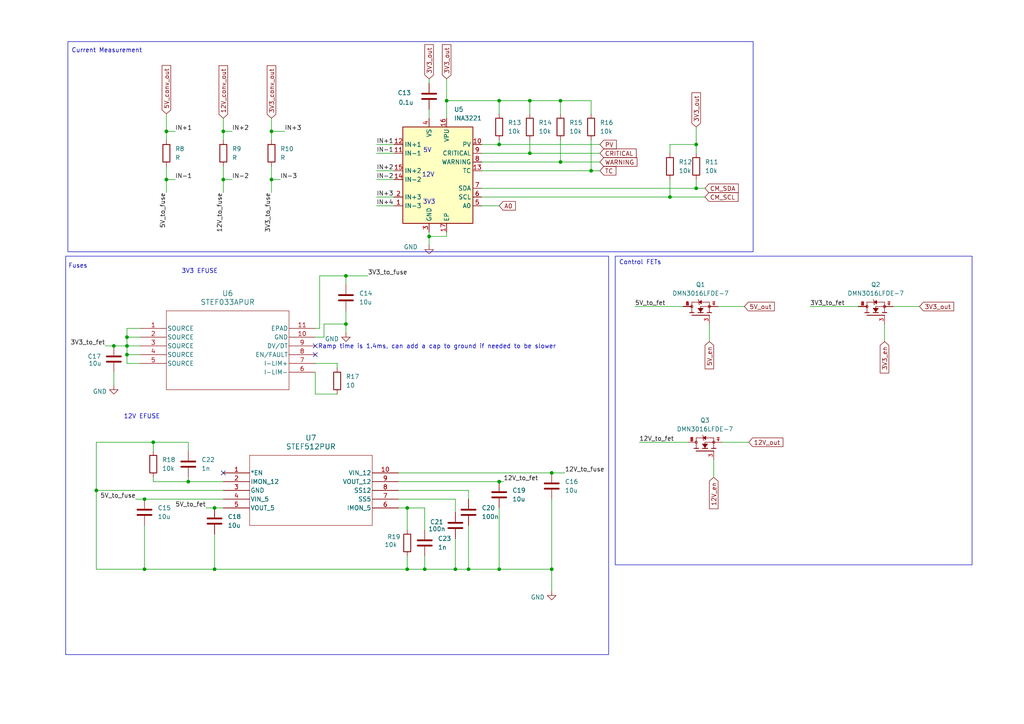
<source format=kicad_sch>
(kicad_sch (version 20250114) (generator "eeschema") (generator_version "9.0")
  (paper "A4")
  (title_block (title "Current Measurement") (date "2025-11-20") (rev "1.0") (company "UW Huskysat") (comment 1 "Chase"))
  (lib_symbols
    (symbol "DMN3016LFDE-7:DMN3016LFDE-7" (pin_names (offset 1.016))
      (property "Reference" "Q" (at -8.9 2.5429 0))
      (property "Value" "DMN3016LFDE-7" (at -8.897 -7.626 0))
      (symbol "DMN3016LFDE-7_0_0"
        (polyline (pts (xy 0 2.54) (xy 0 -2.54)) (stroke (width 0.254)))
        (polyline (pts (xy 0.762 3.175) (xy 0.762 2.54)) (stroke (width 0.254)))
        (polyline (pts (xy 0.762 2.54) (xy 0.762 1.905)) (stroke (width 0.254)))
        (polyline (pts (xy 0.762 2.54) (xy 3.81 2.54)) (stroke (width 0.1524)))
        (polyline (pts (xy 0.762 0.762) (xy 0.762 0)) (stroke (width 0.254)))
        (polyline (pts (xy 0.762 0) (xy 0.762 -0.762)) (stroke (width 0.254)))
        (polyline (pts (xy 0.762 0) (xy 2.54 0)) (stroke (width 0.1524)))
        (polyline (pts (xy 0.762 -1.905) (xy 0.762 -3.175)) (stroke (width 0.254)))
        (polyline (pts (xy 1.016 0) (xy 2.032 0.762) (xy 2.032 -0.762) (xy 1.016 0)) (stroke (width 0.1524)) (fill (type outline)))
        (circle (center 2.54 2.54) (radius 0.3592))
        (polyline (pts (xy 2.54 0) (xy 2.54 -2.54)) (stroke (width 0.1524)))
        (circle (center 2.54 -2.54) (radius 0.3592))
        (polyline (pts (xy 3.302 0.508) (xy 3.048 0.254)) (stroke (width 0.1524)))
        (polyline (pts (xy 3.81 2.54) (xy 3.81 0.508)) (stroke (width 0.1524)))
        (polyline (pts (xy 3.81 0.508) (xy 3.302 0.508)) (stroke (width 0.1524)))
        (polyline (pts (xy 3.81 0.508) (xy 3.81 -2.54)) (stroke (width 0.1524)))
        (polyline (pts (xy 3.81 0.508) (xy 3.302 -0.254) (xy 4.318 -0.254) (xy 3.81 0.508)) (stroke (width 0.1524)) (fill (type outline)))
        (polyline (pts (xy 3.81 -2.54) (xy 0.762 -2.54)) (stroke (width 0.1524)))
        (polyline (pts (xy 4.318 0.508) (xy 3.81 0.508)) (stroke (width 0.1524)))
        (polyline (pts (xy 4.572 0.762) (xy 4.318 0.508)) (stroke (width 0.1524)))
        (pin passive line (at -2.54 -2.54 0) (length 2.54) (name "~") (number "3"))
        (pin passive line (at 2.54 5.08 270) (length 2.54) (name "~") (number "1"))
        (pin passive line (at 2.54 5.08 270) (length 2.54) (name "~") (number "2"))
        (pin passive line (at 2.54 5.08 270) (length 2.54) (name "~") (number "5"))
        (pin passive line (at 2.54 5.08 270) (length 2.54) (name "~") (number "6"))
        (pin passive line (at 2.54 -5.08 90) (length 2.54) (name "~") (number "4"))
        (pin passive line (at 2.54 -5.08 90) (length 2.54) (name "~") (number "7"))
      )
    )
    (symbol "Device:C" (pin_numbers (hide yes)) (pin_names (offset 0.254))
      (property "Reference" "C" (at 0.635 2.54 0))
      (property "Value" "C" (at 0.635 -2.54 0))
      (symbol "C_0_1"
        (polyline (pts (xy -2.032 0.762) (xy 2.032 0.762)) (stroke (width 0.508)))
        (polyline (pts (xy -2.032 -0.762) (xy 2.032 -0.762)) (stroke (width 0.508)))
      )
      (symbol "C_1_1"
        (pin passive line (at 0 3.81 270) (length 2.794) (name "~") (number "1"))
        (pin passive line (at 0 -3.81 90) (length 2.794) (name "~") (number "2"))
      )
    )
    (symbol "Device:R" (pin_numbers (hide yes)) (pin_names (offset 0))
      (property "Reference" "R" (at 2.032 0 90))
      (property "Value" "R" (at 0 0 90))
      (symbol "R_0_1"
        (rectangle (start -1.016 -2.54) (end 1.016 2.54) (stroke (width 0.254)))
      )
      (symbol "R_1_1"
        (pin passive line (at 0 3.81 270) (length 1.27) (name "~") (number "1"))
        (pin passive line (at 0 -3.81 90) (length 1.27) (name "~") (number "2"))
      )
    )
    (symbol "Power_Management:INA3221"
      (property "Reference" "U" (at -10.16 17.78 0))
      (property "Value" "INA3221" (at 5.08 17.78 0))
      (symbol "INA3221_0_1"
        (rectangle (start 10.16 -12.7) (end -10.16 15.24) (stroke (width 0.254)) (fill (type background)))
      )
      (symbol "INA3221_1_1"
        (pin input line (at -12.7 10.16 0) (length 2.54) (name "IN+1") (number "12"))
        (pin input line (at -12.7 7.62 0) (length 2.54) (name "IN-1") (number "11"))
        (pin input line (at -12.7 2.54 0) (length 2.54) (name "IN+2") (number "15"))
        (pin input line (at -12.7 0 0) (length 2.54) (name "IN-2") (number "14"))
        (pin input line (at -12.7 -5.08 0) (length 2.54) (name "IN+3") (number "2"))
        (pin input line (at -12.7 -7.62 0) (length 2.54) (name "IN-3") (number "1"))
        (pin power_in line (at -2.54 17.78 270) (length 2.54) (name "VS") (number "4"))
        (pin power_in line (at -2.54 -15.24 90) (length 2.54) (name "GND") (number "3"))
        (pin power_in line (at 2.54 17.78 270) (length 2.54) (name "VPU") (number "16"))
        (pin passive line (at 2.54 -15.24 90) (length 2.54) (name "EP") (number "17"))
        (pin open_collector line (at 12.7 10.16 180) (length 2.54) (name "PV") (number "10"))
        (pin open_collector line (at 12.7 7.62 180) (length 2.54) (name "CRITICAL") (number "9"))
        (pin open_collector line (at 12.7 5.08 180) (length 2.54) (name "WARNING") (number "8"))
        (pin open_collector line (at 12.7 2.54 180) (length 2.54) (name "TC") (number "13"))
        (pin bidirectional line (at 12.7 -2.54 180) (length 2.54) (name "SDA") (number "7"))
        (pin input line (at 12.7 -5.08 180) (length 2.54) (name "SCL") (number "6"))
        (pin input line (at 12.7 -7.62 180) (length 2.54) (name "A0") (number "5"))
      )
    )
    (symbol "STEF033PUR:STEF033APUR" (pin_names (offset 0.254))
      (property "Reference" "U" (at 25.4 10.16 0))
      (property "Value" "STEF033APUR" (at 25.4 7.62 0))
      (symbol "STEF033APUR_0_1"
        (polyline (pts (xy 7.62 5.08) (xy 7.62 -17.78)) (stroke (width 0.127)))
        (polyline (pts (xy 7.62 -17.78) (xy 43.18 -17.78)) (stroke (width 0.127)))
        (polyline (pts (xy 43.18 5.08) (xy 7.62 5.08)) (stroke (width 0.127)))
        (polyline (pts (xy 43.18 -17.78) (xy 43.18 5.08)) (stroke (width 0.127)))
        (pin unspecified line (at 0 0 0) (length 7.62) (name "SOURCE") (number "1"))
        (pin unspecified line (at 0 -2.54 0) (length 7.62) (name "SOURCE") (number "2"))
        (pin unspecified line (at 0 -5.08 0) (length 7.62) (name "SOURCE") (number "3"))
        (pin unspecified line (at 0 -7.62 0) (length 7.62) (name "SOURCE") (number "4"))
        (pin unspecified line (at 0 -10.16 0) (length 7.62) (name "SOURCE") (number "5"))
        (pin unspecified line (at 50.8 0 180) (length 7.62) (name "EPAD") (number "11"))
        (pin power_in line (at 50.8 -2.54 180) (length 7.62) (name "GND") (number "10"))
        (pin output line (at 50.8 -5.08 180) (length 7.62) (name "DV/DT") (number "9"))
        (pin bidirectional line (at 50.8 -7.62 180) (length 7.62) (name "EN/FAULT") (number "8"))
        (pin unspecified line (at 50.8 -10.16 180) (length 7.62) (name "I-LIM+") (number "7"))
        (pin unspecified line (at 50.8 -12.7 180) (length 7.62) (name "I-LIM-") (number "6"))
      )
    )
    (symbol "STEF512PUR:STEF512PUR" (pin_names (offset 0.254))
      (property "Reference" "U" (at 25.4 10.16 0))
      (property "Value" "STEF512PUR" (at 25.4 7.62 0))
      (symbol "STEF512PUR_0_1"
        (polyline (pts (xy 7.62 5.08) (xy 7.62 -15.24)) (stroke (width 0.127)))
        (polyline (pts (xy 7.62 -15.24) (xy 43.18 -15.24)) (stroke (width 0.127)))
        (polyline (pts (xy 43.18 5.08) (xy 7.62 5.08)) (stroke (width 0.127)))
        (polyline (pts (xy 43.18 -15.24) (xy 43.18 5.08)) (stroke (width 0.127)))
        (pin input line (at 0 0 0) (length 7.62) (name "*EN") (number "1"))
        (pin power_in line (at 0 -2.54 0) (length 7.62) (name "IMON_12") (number "2"))
        (pin power_out line (at 0 -5.08 0) (length 7.62) (name "GND") (number "3"))
        (pin power_in line (at 0 -7.62 0) (length 7.62) (name "VIN_5") (number "4"))
        (pin power_in line (at 0 -10.16 0) (length 7.62) (name "VOUT_5") (number "5"))
        (pin power_in line (at 50.8 0 180) (length 7.62) (name "VIN_12") (number "10"))
        (pin power_in line (at 50.8 -2.54 180) (length 7.62) (name "VOUT_12") (number "9"))
        (pin bidirectional line (at 50.8 -5.08 180) (length 7.62) (name "SS12") (number "8"))
        (pin bidirectional line (at 50.8 -7.62 180) (length 7.62) (name "SS5") (number "7"))
        (pin power_in line (at 50.8 -10.16 180) (length 7.62) (name "IMON_5") (number "6"))
      )
    )
    (symbol "power:GND" (power) (pin_numbers (hide yes)) (pin_names (offset 0) (hide yes))
      (property "Value" "GND" (at 0 -3.81 0))
      (symbol "GND_0_1"
        (polyline (pts (xy 0 0) (xy 0 -1.27) (xy 1.27 -1.27) (xy 0 -2.54) (xy -1.27 -1.27) (xy 0 -1.27)))
      )
      (symbol "GND_1_1"
        (pin power_in line (at 0 0 270) (length 0) (name "~") (number "1"))
      )
    )
  )
  (rectangle (start 19.05 74.295) (end 176.53 189.865))
  (rectangle (start 19.685 12.065) (end 218.44 73.025))
  (rectangle (start 178.435 74.295) (end 281.94 163.83))
  (text "12V" (at 124.206 50.8 0) (effects (font (size 1.27 1.27))))
  (text "5V" (at 123.952 43.688 0) (effects (font (size 1.27 1.27))))
  (text "Current Measurement\n" (at 30.988 14.732 0) (effects (font (size 1.27 1.27))))
  (text "3V3 EFUSE" (at 57.912 78.74 0) (effects (font (size 1.27 1.27))))
  (text "3V3\n" (at 124.46 58.674 0) (effects (font (size 1.27 1.27))))
  (text "Ramp time is 1.4ms, can add a cap to ground if needed to be slower" (at 126.746 100.584 0) (effects (font (size 1.27 1.27))))
  (text "12V EFUSE\n" (at 41.148 120.904 0) (effects (font (size 1.27 1.27))))
  (text "Control FETs\n" (at 185.674 76.2 0) (effects (font (size 1.27 1.27))))
  (text "Fuses\n" (at 22.606 77.216 0) (effects (font (size 1.27 1.27))))
  (junction (at 201.93 54.61))
  (junction (at 135.89 165.1))
  (junction (at 54.61 139.7))
  (junction (at 132.08 165.1))
  (junction (at 129.54 29.21))
  (junction (at 100.33 93.98))
  (junction (at 144.78 139.7))
  (junction (at 118.11 165.1))
  (junction (at 44.45 128.27))
  (junction (at 144.78 29.21))
  (junction (at 27.94 142.24))
  (junction (at 144.78 41.91))
  (junction (at 144.78 165.1))
  (junction (at 171.45 49.53))
  (junction (at 160.02 137.16))
  (junction (at 64.77 52.07))
  (junction (at 194.31 57.15))
  (junction (at 36.83 102.87))
  (junction (at 48.26 52.07))
  (junction (at 78.74 52.07))
  (junction (at 41.91 144.78))
  (junction (at 78.74 38.1))
  (junction (at 64.77 38.1))
  (junction (at 62.23 147.32))
  (junction (at 162.56 46.99))
  (junction (at 41.91 165.1))
  (junction (at 123.19 165.1))
  (junction (at 62.23 165.1))
  (junction (at 36.83 97.79))
  (junction (at 162.56 29.21))
  (junction (at 153.67 44.45))
  (junction (at 153.67 29.21))
  (junction (at 160.02 165.1))
  (junction (at 201.93 41.91))
  (junction (at 100.33 80.01))
  (junction (at 36.83 100.33))
  (junction (at 118.11 147.32))
  (junction (at 33.02 100.33))
  (junction (at 124.46 68.58))
  (junction (at 48.26 38.1))
  (no_connect (at 91.44 102.87))
  (no_connect (at 64.77 137.16))
  (no_connect (at 91.44 100.33))
  (wire (pts (xy 208.28 88.9) (xy 215.9 88.9)))
  (wire (pts (xy 64.77 38.1) (xy 67.31 38.1)))
  (wire (pts (xy 123.19 147.32) (xy 118.11 147.32)))
  (wire (pts (xy 30.48 100.33) (xy 33.02 100.33)))
  (wire (pts (xy 153.67 29.21) (xy 153.67 33.02)))
  (wire (pts (xy 135.89 165.1) (xy 144.78 165.1)))
  (wire (pts (xy 64.77 34.29) (xy 64.77 38.1)))
  (wire (pts (xy 144.78 29.21) (xy 129.54 29.21)))
  (wire (pts (xy 100.33 93.98) (xy 100.33 96.52)))
  (wire (pts (xy 93.98 93.98) (xy 100.33 93.98)))
  (wire (pts (xy 162.56 29.21) (xy 171.45 29.21)))
  (wire (pts (xy 144.78 165.1) (xy 160.02 165.1)))
  (wire (pts (xy 78.74 48.26) (xy 78.74 52.07)))
  (wire (pts (xy 132.08 156.21) (xy 132.08 165.1)))
  (wire (pts (xy 44.45 128.27) (xy 44.45 130.81)))
  (wire (pts (xy 41.91 152.4) (xy 41.91 165.1)))
  (wire (pts (xy 109.22 49.53) (xy 114.3 49.53)))
  (wire (pts (xy 59.69 147.32) (xy 62.23 147.32)))
  (wire (pts (xy 36.83 102.87) (xy 36.83 105.41)))
  (wire (pts (xy 139.7 41.91) (xy 144.78 41.91)))
  (wire (pts (xy 64.77 52.07) (xy 67.31 52.07)))
  (wire (pts (xy 92.71 80.01) (xy 92.71 95.25)))
  (wire (pts (xy 44.45 128.27) (xy 27.94 128.27)))
  (wire (pts (xy 41.91 165.1) (xy 62.23 165.1)))
  (wire (pts (xy 115.57 142.24) (xy 135.89 142.24)))
  (wire (pts (xy 160.02 137.16) (xy 163.83 137.16)))
  (wire (pts (xy 36.83 105.41) (xy 40.64 105.41)))
  (wire (pts (xy 62.23 154.94) (xy 62.23 165.1)))
  (wire (pts (xy 115.57 144.78) (xy 132.08 144.78)))
  (wire (pts (xy 135.89 142.24) (xy 135.89 144.78)))
  (wire (pts (xy 100.33 90.17) (xy 100.33 93.98)))
  (wire (pts (xy 139.7 54.61) (xy 201.93 54.61)))
  (wire (pts (xy 207.01 133.35) (xy 207.01 138.43)))
  (wire (pts (xy 48.26 52.07) (xy 48.26 55.88)))
  (wire (pts (xy 129.54 22.86) (xy 129.54 29.21)))
  (wire (pts (xy 118.11 165.1) (xy 123.19 165.1)))
  (wire (pts (xy 185.42 128.27) (xy 199.39 128.27)))
  (wire (pts (xy 48.26 52.07) (xy 50.8 52.07)))
  (wire (pts (xy 91.44 97.79) (xy 93.98 97.79)))
  (wire (pts (xy 153.67 44.45) (xy 173.99 44.45)))
  (wire (pts (xy 123.19 161.29) (xy 123.19 165.1)))
  (wire (pts (xy 194.31 41.91) (xy 201.93 41.91)))
  (wire (pts (xy 115.57 139.7) (xy 144.78 139.7)))
  (wire (pts (xy 132.08 144.78) (xy 132.08 148.59)))
  (wire (pts (xy 27.94 142.24) (xy 27.94 165.1)))
  (wire (pts (xy 36.83 95.25) (xy 36.83 97.79)))
  (wire (pts (xy 118.11 161.29) (xy 118.11 165.1)))
  (wire (pts (xy 91.44 114.3) (xy 91.44 107.95)))
  (wire (pts (xy 109.22 41.91) (xy 114.3 41.91)))
  (wire (pts (xy 160.02 165.1) (xy 160.02 171.45)))
  (wire (pts (xy 64.77 139.7) (xy 54.61 139.7)))
  (wire (pts (xy 139.7 49.53) (xy 171.45 49.53)))
  (wire (pts (xy 144.78 139.7) (xy 146.05 139.7)))
  (wire (pts (xy 201.93 54.61) (xy 204.47 54.61)))
  (wire (pts (xy 33.02 107.95) (xy 33.02 111.76)))
  (wire (pts (xy 92.71 95.25) (xy 91.44 95.25)))
  (wire (pts (xy 78.74 52.07) (xy 78.74 55.88)))
  (wire (pts (xy 109.22 57.15) (xy 114.3 57.15)))
  (wire (pts (xy 106.68 80.01) (xy 100.33 80.01)))
  (wire (pts (xy 50.8 38.1) (xy 48.26 38.1)))
  (wire (pts (xy 171.45 49.53) (xy 173.99 49.53)))
  (wire (pts (xy 184.15 88.9) (xy 198.12 88.9)))
  (wire (pts (xy 36.83 97.79) (xy 40.64 97.79)))
  (wire (pts (xy 36.83 100.33) (xy 40.64 100.33)))
  (wire (pts (xy 124.46 31.75) (xy 124.46 34.29)))
  (wire (pts (xy 109.22 59.69) (xy 114.3 59.69)))
  (wire (pts (xy 124.46 22.86) (xy 124.46 24.13)))
  (wire (pts (xy 144.78 41.91) (xy 144.78 40.64)))
  (wire (pts (xy 39.37 144.78) (xy 41.91 144.78)))
  (wire (pts (xy 54.61 138.43) (xy 54.61 139.7)))
  (wire (pts (xy 259.08 88.9) (xy 266.7 88.9)))
  (wire (pts (xy 44.45 139.7) (xy 44.45 138.43)))
  (wire (pts (xy 144.78 147.32) (xy 144.78 165.1)))
  (wire (pts (xy 139.7 44.45) (xy 153.67 44.45)))
  (wire (pts (xy 78.74 38.1) (xy 82.55 38.1)))
  (wire (pts (xy 160.02 144.78) (xy 160.02 165.1)))
  (wire (pts (xy 234.95 88.9) (xy 248.92 88.9)))
  (wire (pts (xy 144.78 41.91) (xy 173.99 41.91)))
  (wire (pts (xy 97.79 106.68) (xy 97.79 105.41)))
  (wire (pts (xy 194.31 57.15) (xy 204.47 57.15)))
  (wire (pts (xy 162.56 46.99) (xy 162.56 40.64)))
  (wire (pts (xy 62.23 165.1) (xy 118.11 165.1)))
  (wire (pts (xy 54.61 128.27) (xy 44.45 128.27)))
  (wire (pts (xy 124.46 68.58) (xy 124.46 71.12)))
  (wire (pts (xy 40.64 95.25) (xy 36.83 95.25)))
  (wire (pts (xy 109.22 52.07) (xy 114.3 52.07)))
  (wire (pts (xy 129.54 67.31) (xy 129.54 68.58)))
  (wire (pts (xy 54.61 139.7) (xy 44.45 139.7)))
  (wire (pts (xy 109.22 44.45) (xy 114.3 44.45)))
  (wire (pts (xy 36.83 102.87) (xy 40.64 102.87)))
  (wire (pts (xy 132.08 165.1) (xy 135.89 165.1)))
  (wire (pts (xy 129.54 29.21) (xy 129.54 34.29)))
  (wire (pts (xy 209.55 128.27) (xy 217.17 128.27)))
  (wire (pts (xy 48.26 38.1) (xy 48.26 40.64)))
  (wire (pts (xy 171.45 49.53) (xy 171.45 40.64)))
  (wire (pts (xy 36.83 100.33) (xy 36.83 102.87)))
  (wire (pts (xy 144.78 33.02) (xy 144.78 29.21)))
  (wire (pts (xy 201.93 52.07) (xy 201.93 54.61)))
  (wire (pts (xy 54.61 130.81) (xy 54.61 128.27)))
  (wire (pts (xy 97.79 114.3) (xy 91.44 114.3)))
  (wire (pts (xy 201.93 41.91) (xy 201.93 44.45)))
  (wire (pts (xy 144.78 29.21) (xy 153.67 29.21)))
  (wire (pts (xy 153.67 29.21) (xy 162.56 29.21)))
  (wire (pts (xy 36.83 97.79) (xy 36.83 100.33)))
  (wire (pts (xy 153.67 44.45) (xy 153.67 40.64)))
  (wire (pts (xy 33.02 100.33) (xy 36.83 100.33)))
  (wire (pts (xy 78.74 38.1) (xy 78.74 40.64)))
  (wire (pts (xy 194.31 52.07) (xy 194.31 57.15)))
  (wire (pts (xy 201.93 36.83) (xy 201.93 41.91)))
  (wire (pts (xy 194.31 44.45) (xy 194.31 41.91)))
  (wire (pts (xy 27.94 142.24) (xy 64.77 142.24)))
  (wire (pts (xy 62.23 147.32) (xy 64.77 147.32)))
  (wire (pts (xy 205.74 93.98) (xy 205.74 99.06)))
  (wire (pts (xy 78.74 34.29) (xy 78.74 38.1)))
  (wire (pts (xy 48.26 33.02) (xy 48.26 38.1)))
  (wire (pts (xy 100.33 80.01) (xy 100.33 82.55)))
  (wire (pts (xy 129.54 68.58) (xy 124.46 68.58)))
  (wire (pts (xy 91.44 105.41) (xy 97.79 105.41)))
  (wire (pts (xy 139.7 46.99) (xy 162.56 46.99)))
  (wire (pts (xy 135.89 152.4) (xy 135.89 165.1)))
  (wire (pts (xy 115.57 137.16) (xy 160.02 137.16)))
  (wire (pts (xy 124.46 67.31) (xy 124.46 68.58)))
  (wire (pts (xy 162.56 46.99) (xy 173.99 46.99)))
  (wire (pts (xy 64.77 52.07) (xy 64.77 55.88)))
  (wire (pts (xy 64.77 38.1) (xy 64.77 40.64)))
  (wire (pts (xy 123.19 153.67) (xy 123.19 147.32)))
  (wire (pts (xy 118.11 147.32) (xy 115.57 147.32)))
  (wire (pts (xy 41.91 144.78) (xy 64.77 144.78)))
  (wire (pts (xy 100.33 80.01) (xy 92.71 80.01)))
  (wire (pts (xy 78.74 52.07) (xy 81.28 52.07)))
  (wire (pts (xy 93.98 97.79) (xy 93.98 93.98)))
  (wire (pts (xy 256.54 93.98) (xy 256.54 99.06)))
  (wire (pts (xy 27.94 128.27) (xy 27.94 142.24)))
  (wire (pts (xy 48.26 48.26) (xy 48.26 52.07)))
  (wire (pts (xy 162.56 33.02) (xy 162.56 29.21)))
  (wire (pts (xy 123.19 165.1) (xy 132.08 165.1)))
  (wire (pts (xy 171.45 29.21) (xy 171.45 33.02)))
  (wire (pts (xy 27.94 165.1) (xy 41.91 165.1)))
  (wire (pts (xy 139.7 57.15) (xy 194.31 57.15)))
  (wire (pts (xy 118.11 153.67) (xy 118.11 147.32)))
  (wire (pts (xy 64.77 48.26) (xy 64.77 52.07)))
  (wire (pts (xy 139.7 59.69) (xy 144.78 59.69)))
  (label "12V_to_fuse" (at 64.77 55.88 270))
  (label "3V3_to_fet" (at 234.95 88.9 0))
  (label "12V_to_fet" (at 185.42 128.27 0))
  (label "3V3_to_fet" (at 30.48 100.33 180))
  (label "5V_to_fet" (at 184.15 88.9 0))
  (label "IN+4" (at 109.22 59.69 0))
  (label "3V3_to_fuse" (at 106.68 80.01 0))
  (label "IN+1" (at 109.22 41.91 0))
  (label "12V_to_fet" (at 146.05 139.7 0))
  (label "IN-2" (at 67.31 52.07 0))
  (label "12V_to_fuse" (at 163.83 137.16 0))
  (label "5V_to_fuse" (at 39.37 144.78 180))
  (label "5V_to_fuse" (at 48.26 55.88 270))
  (label "IN+1" (at 50.8 38.1 0))
  (label "IN+2" (at 109.22 49.53 0))
  (label "IN+3" (at 82.55 38.1 0))
  (label "IN+3" (at 109.22 57.15 0))
  (label "3V3_to_fuse" (at 78.74 55.88 270))
  (label "5V_to_fet" (at 59.69 147.32 180))
  (label "IN+2" (at 67.31 38.1 0))
  (label "IN-1" (at 50.8 52.07 0))
  (label "IN-1" (at 109.22 44.45 0))
  (label "IN-3" (at 81.28 52.07 0))
  (label "IN-2" (at 109.22 52.07 0))
  (global_label "3V3_en" (shape input) (at 256.54 99.06 270) (property "Intersheetrefs" "${INTERSHEET_REFS}" (effects (hide yes))))
  (global_label "5V_en" (shape input) (at 205.74 99.06 270) (property "Intersheetrefs" "${INTERSHEET_REFS}" (effects (hide yes))))
  (global_label "3V3_out" (shape input) (at 201.93 36.83 90) (property "Intersheetrefs" "${INTERSHEET_REFS}" (effects (hide yes))))
  (global_label "CM_SDA" (shape input) (at 204.47 54.61 0) (property "Intersheetrefs" "${INTERSHEET_REFS}" (effects (hide yes))))
  (global_label "12V_out" (shape input) (at 217.17 128.27 0) (property "Intersheetrefs" "${INTERSHEET_REFS}" (effects (hide yes))))
  (global_label "12V_conv_out" (shape input) (at 64.77 34.29 90) (property "Intersheetrefs" "${INTERSHEET_REFS}" (effects (hide yes))))
  (global_label "3V3_out" (shape input) (at 129.54 22.86 90) (property "Intersheetrefs" "${INTERSHEET_REFS}" (effects (hide yes))))
  (global_label "PV" (shape input) (at 173.99 41.91 0) (property "Intersheetrefs" "${INTERSHEET_REFS}" (effects (hide yes))))
  (global_label "CM_SCL" (shape input) (at 204.47 57.15 0) (property "Intersheetrefs" "${INTERSHEET_REFS}" (effects (hide yes))))
  (global_label "5V_out" (shape input) (at 215.9 88.9 0) (property "Intersheetrefs" "${INTERSHEET_REFS}" (effects (hide yes))))
  (global_label "A0" (shape input) (at 144.78 59.69 0) (property "Intersheetrefs" "${INTERSHEET_REFS}" (effects (hide yes))))
  (global_label "3V3_out" (shape input) (at 266.7 88.9 0) (property "Intersheetrefs" "${INTERSHEET_REFS}" (effects (hide yes))))
  (global_label "3V3_conv_out" (shape input) (at 78.74 34.29 90) (property "Intersheetrefs" "${INTERSHEET_REFS}" (effects (hide yes))))
  (global_label "5V_conv_out" (shape input) (at 48.26 33.02 90) (property "Intersheetrefs" "${INTERSHEET_REFS}" (effects (hide yes))))
  (global_label "3V3_out" (shape input) (at 124.46 22.86 90) (property "Intersheetrefs" "${INTERSHEET_REFS}" (effects (hide yes))))
  (global_label "TC" (shape input) (at 173.99 49.53 0) (property "Intersheetrefs" "${INTERSHEET_REFS}" (effects (hide yes))))
  (global_label "12V_en" (shape input) (at 207.01 138.43 270) (property "Intersheetrefs" "${INTERSHEET_REFS}" (effects (hide yes))))
  (global_label "CRITICAL" (shape input) (at 173.99 44.45 0) (property "Intersheetrefs" "${INTERSHEET_REFS}" (effects (hide yes))))
  (global_label "WARNING" (shape input) (at 173.99 46.99 0) (property "Intersheetrefs" "${INTERSHEET_REFS}" (effects (hide yes))))
  (symbol (lib_id "Device:R") (at 44.45 134.62 0) (unit 1)
    (property "Reference" "R18" (at 46.99 133.3499 0) (effects (justify left)))
    (property "Value" "10k" (at 46.99 135.8899 0) (effects (justify left)))
    (property "Description" "Resistor" (effects (hide yes)))
  )
  (symbol (lib_id "Device:C") (at 135.89 148.59 0) (unit 1)
    (property "Reference" "C20" (at 139.7 147.3199 0) (effects (justify left)))
    (property "Value" "100n" (at 139.7 149.8599 0) (effects (justify left)))
    (property "Description" "Unpolarized capacitor" (effects (hide yes)))
  )
  (symbol (lib_id "Device:C") (at 62.23 151.13 0) (unit 1)
    (property "Reference" "C18" (at 66.04 149.8599 0) (effects (justify left)))
    (property "Value" "10u" (at 66.04 152.3999 0) (effects (justify left)))
    (property "Description" "Unpolarized capacitor" (effects (hide yes)))
  )
  (symbol (lib_id "Device:C") (at 33.02 104.14 0) (unit 1)
    (property "Reference" "C17" (at 25.4 103.378 0) (effects (justify left)))
    (property "Value" "10u" (at 25.654 105.41 0) (effects (justify left)))
    (property "Description" "Unpolarized capacitor" (effects (hide yes)))
  )
  (symbol (lib_id "Device:R") (at 194.31 48.26 0) (unit 1)
    (property "Reference" "R12" (at 196.85 46.9899 0) (effects (justify left)))
    (property "Value" "10k" (at 196.85 49.5299 0) (effects (justify left)))
    (property "Description" "Resistor" (effects (hide yes)))
  )
  (symbol (lib_id "Device:C") (at 54.61 134.62 0) (unit 1)
    (property "Reference" "C22" (at 58.42 133.3499 0) (effects (justify left)))
    (property "Value" "1n" (at 58.42 135.8899 0) (effects (justify left)))
    (property "Description" "Unpolarized capacitor" (effects (hide yes)))
  )
  (symbol (lib_id "Device:C") (at 123.19 157.48 0) (unit 1)
    (property "Reference" "C23" (at 127 156.2099 0) (effects (justify left)))
    (property "Value" "1n" (at 127 158.7499 0) (effects (justify left)))
    (property "Description" "Unpolarized capacitor" (effects (hide yes)))
  )
  (symbol (lib_id "Device:C") (at 144.78 143.51 0) (unit 1)
    (property "Reference" "C19" (at 148.59 142.2399 0) (effects (justify left)))
    (property "Value" "10u" (at 148.59 144.7799 0) (effects (justify left)))
    (property "Description" "Unpolarized capacitor" (effects (hide yes)))
  )
  (symbol (lib_id "power:GND") (at 124.46 71.12 0) (unit 1)
    (property "Reference" "#PWR011" (effects (hide yes)))
    (property "Value" "GND" (at 119.126 71.628 0))
    (property "Description" "Power symbol creates a global label with name \"GND\" , ground" (effects (hide yes)))
  )
  (symbol (lib_id "Device:C") (at 124.46 27.94 0) (unit 1)
    (property "Reference" "C13" (at 115.316 26.924 0) (effects (justify left)))
    (property "Value" "0.1u" (at 115.57 29.718 0) (effects (justify left)))
    (property "Description" "Unpolarized capacitor" (effects (hide yes)))
  )
  (symbol (lib_id "Device:R") (at 78.74 44.45 0) (unit 1)
    (property "Reference" "R10" (at 81.28 43.1799 0) (effects (justify left)))
    (property "Value" "R" (at 81.28 45.7199 0) (effects (justify left)))
    (property "Description" "Resistor" (effects (hide yes)))
  )
  (symbol (lib_id "Device:C") (at 132.08 152.4 0) (unit 1)
    (property "Reference" "C21" (at 124.714 151.384 0) (effects (justify left)))
    (property "Value" "100n" (at 124.206 153.416 0) (effects (justify left)))
    (property "Description" "Unpolarized capacitor" (effects (hide yes)))
  )
  (symbol (lib_id "Device:R") (at 201.93 48.26 0) (unit 1)
    (property "Reference" "R11" (at 204.47 46.9899 0) (effects (justify left)))
    (property "Value" "10k" (at 204.47 49.5299 0) (effects (justify left)))
    (property "Description" "Resistor" (effects (hide yes)))
  )
  (symbol (lib_id "power:GND") (at 100.33 96.52 0) (unit 1)
    (property "Reference" "#PWR014" (effects (hide yes)))
    (property "Value" "GND" (at 96.266 98.298 0))
    (property "Description" "Power symbol creates a global label with name \"GND\" , ground" (effects (hide yes)))
  )
  (symbol (lib_id "DMN3016LFDE-7:DMN3016LFDE-7") (at 254 91.44 90) (unit 1)
    (property "Reference" "Q2" (at 254 82.55 90))
    (property "Value" "DMN3016LFDE-7" (at 254 85.09 90))
    (property "Footprint" "DMN3016LFDE-7:TRANS_DMN3016LFDE-7" (effects (hide yes)))
    (property "PARTREV" "2-2" (effects (hide yes)))
    (property "STANDARD" "Manufacturer Recommendations" (effects (hide yes)))
    (property "MANUFACTURER" "Diodes Inc" (effects (hide yes)))
  )
  (symbol (lib_id "Device:R") (at 162.56 36.83 0) (unit 1)
    (property "Reference" "R15" (at 165.1 35.5599 0) (effects (justify left)))
    (property "Value" "10k" (at 165.1 38.0999 0) (effects (justify left)))
    (property "Description" "Resistor" (effects (hide yes)))
  )
  (symbol (lib_id "Device:C") (at 160.02 140.97 0) (unit 1)
    (property "Reference" "C16" (at 163.83 139.6999 0) (effects (justify left)))
    (property "Value" "10u" (at 163.83 142.2399 0) (effects (justify left)))
    (property "Description" "Unpolarized capacitor" (effects (hide yes)))
  )
  (symbol (lib_id "STEF512PUR:STEF512PUR") (at 64.77 137.16 0) (unit 1)
    (property "Reference" "U7" (at 90.17 127 0) (effects (font (size 1.524 1.524))))
    (property "Value" "STEF512PUR" (at 90.17 129.54 0) (effects (font (size 1.524 1.524))))
    (property "Footprint" "QFN10_2X3_STM" (effects (hide yes)))
    (property "Datasheet" "https://www.st.com/resource/en/datasheet/stef512pur.pdf" (effects (hide yes)))
  )
  (symbol (lib_id "STEF033PUR:STEF033APUR") (at 40.64 95.25 0) (unit 1)
    (property "Reference" "U6" (at 66.04 85.09 0) (effects (font (size 1.524 1.524))))
    (property "Value" "STEF033APUR" (at 66.04 87.63 0) (effects (font (size 1.524 1.524))))
    (property "Footprint" "DFN-10_3X3MM_STM" (effects (hide yes)))
    (property "Datasheet" "https://www.st.com/resource/en/datasheet/stef033.pdf" (effects (hide yes)))
  )
  (symbol (lib_id "Device:C") (at 41.91 148.59 0) (unit 1)
    (property "Reference" "C15" (at 45.72 147.3199 0) (effects (justify left)))
    (property "Value" "10u" (at 45.72 149.8599 0) (effects (justify left)))
    (property "Description" "Unpolarized capacitor" (effects (hide yes)))
  )
  (symbol (lib_id "power:GND") (at 33.02 111.76 0) (unit 1)
    (property "Reference" "#PWR020" (effects (hide yes)))
    (property "Value" "GND" (at 28.956 113.538 0))
    (property "Description" "Power symbol creates a global label with name \"GND\" , ground" (effects (hide yes)))
  )
  (symbol (lib_id "DMN3016LFDE-7:DMN3016LFDE-7") (at 204.47 130.81 90) (unit 1)
    (property "Reference" "Q3" (at 204.47 121.92 90))
    (property "Value" "DMN3016LFDE-7" (at 204.47 124.46 90))
    (property "Footprint" "DMN3016LFDE-7:TRANS_DMN3016LFDE-7" (effects (hide yes)))
    (property "PARTREV" "2-2" (effects (hide yes)))
    (property "STANDARD" "Manufacturer Recommendations" (effects (hide yes)))
    (property "MANUFACTURER" "Diodes Inc" (effects (hide yes)))
  )
  (symbol (lib_id "Device:R") (at 48.26 44.45 0) (unit 1)
    (property "Reference" "R8" (at 50.8 43.1799 0) (effects (justify left)))
    (property "Value" "R" (at 50.8 45.7199 0) (effects (justify left)))
    (property "Description" "Resistor" (effects (hide yes)))
  )
  (symbol (lib_id "DMN3016LFDE-7:DMN3016LFDE-7") (at 203.2 91.44 90) (unit 1)
    (property "Reference" "Q1" (at 203.2 82.55 90))
    (property "Value" "DMN3016LFDE-7" (at 203.2 85.09 90))
    (property "Footprint" "DMN3016LFDE-7:TRANS_DMN3016LFDE-7" (effects (hide yes)))
    (property "PARTREV" "2-2" (effects (hide yes)))
    (property "STANDARD" "Manufacturer Recommendations" (effects (hide yes)))
    (property "MANUFACTURER" "Diodes Inc" (effects (hide yes)))
  )
  (symbol (lib_id "Device:R") (at 144.78 36.83 0) (unit 1)
    (property "Reference" "R13" (at 147.32 35.5599 0) (effects (justify left)))
    (property "Value" "10k" (at 147.32 38.0999 0) (effects (justify left)))
    (property "Description" "Resistor" (effects (hide yes)))
  )
  (symbol (lib_id "Device:C") (at 100.33 86.36 0) (unit 1)
    (property "Reference" "C14" (at 104.14 85.0899 0) (effects (justify left)))
    (property "Value" "10u" (at 104.14 87.6299 0) (effects (justify left)))
    (property "Description" "Unpolarized capacitor" (effects (hide yes)))
  )
  (symbol (lib_id "Device:R") (at 64.77 44.45 0) (unit 1)
    (property "Reference" "R9" (at 67.31 43.1799 0) (effects (justify left)))
    (property "Value" "R" (at 67.31 45.7199 0) (effects (justify left)))
    (property "Description" "Resistor" (effects (hide yes)))
  )
  (symbol (lib_id "power:GND") (at 160.02 171.45 0) (unit 1)
    (property "Reference" "#PWR015" (effects (hide yes)))
    (property "Value" "GND" (at 155.956 173.228 0))
    (property "Description" "Power symbol creates a global label with name \"GND\" , ground" (effects (hide yes)))
  )
  (symbol (lib_id "Device:R") (at 118.11 157.48 0) (unit 1)
    (property "Reference" "R19" (at 112.268 155.702 0) (effects (justify left)))
    (property "Value" "10k" (at 111.506 157.988 0) (effects (justify left)))
    (property "Description" "Resistor" (effects (hide yes)))
  )
  (symbol (lib_id "Device:R") (at 171.45 36.83 0) (unit 1)
    (property "Reference" "R16" (at 173.99 35.5599 0) (effects (justify left)))
    (property "Value" "10k" (at 173.99 38.0999 0) (effects (justify left)))
    (property "Description" "Resistor" (effects (hide yes)))
  )
  (symbol (lib_id "Device:R") (at 97.79 110.49 0) (unit 1)
    (property "Reference" "R17" (at 100.33 109.2199 0) (effects (justify left)))
    (property "Value" "10" (at 100.33 111.7599 0) (effects (justify left)))
    (property "Description" "Resistor" (effects (hide yes)))
  )
  (symbol (lib_id "Device:R") (at 153.67 36.83 0) (unit 1)
    (property "Reference" "R14" (at 156.21 35.5599 0) (effects (justify left)))
    (property "Value" "10k" (at 156.21 38.0999 0) (effects (justify left)))
    (property "Description" "Resistor" (effects (hide yes)))
  )
  (symbol (lib_id "Power_Management:INA3221") (at 127 52.07 0) (unit 1)
    (property "Reference" "U5" (at 131.6833 31.75 0) (effects (justify left)))
    (property "Value" "INA3221" (at 131.6833 34.29 0) (effects (justify left)))
    (property "Footprint" "Package_DFN_QFN:Texas_RGV0016A_VQFN-16-1EP_4x4mm_P0.65mm_EP2.1x2.1mm" (effects (hide yes)))
    (property "Datasheet" "http://www.ti.com/lit/ds/symlink/ina3221.pdf" (effects (hide yes)))
    (property "Description" "Triple-Channel High-Side Shunt and Bus Voltage Monitor with I2C and SMBUS Compatible Interface, QFN-16" (effects (hide yes)))
  )
)
</source>
